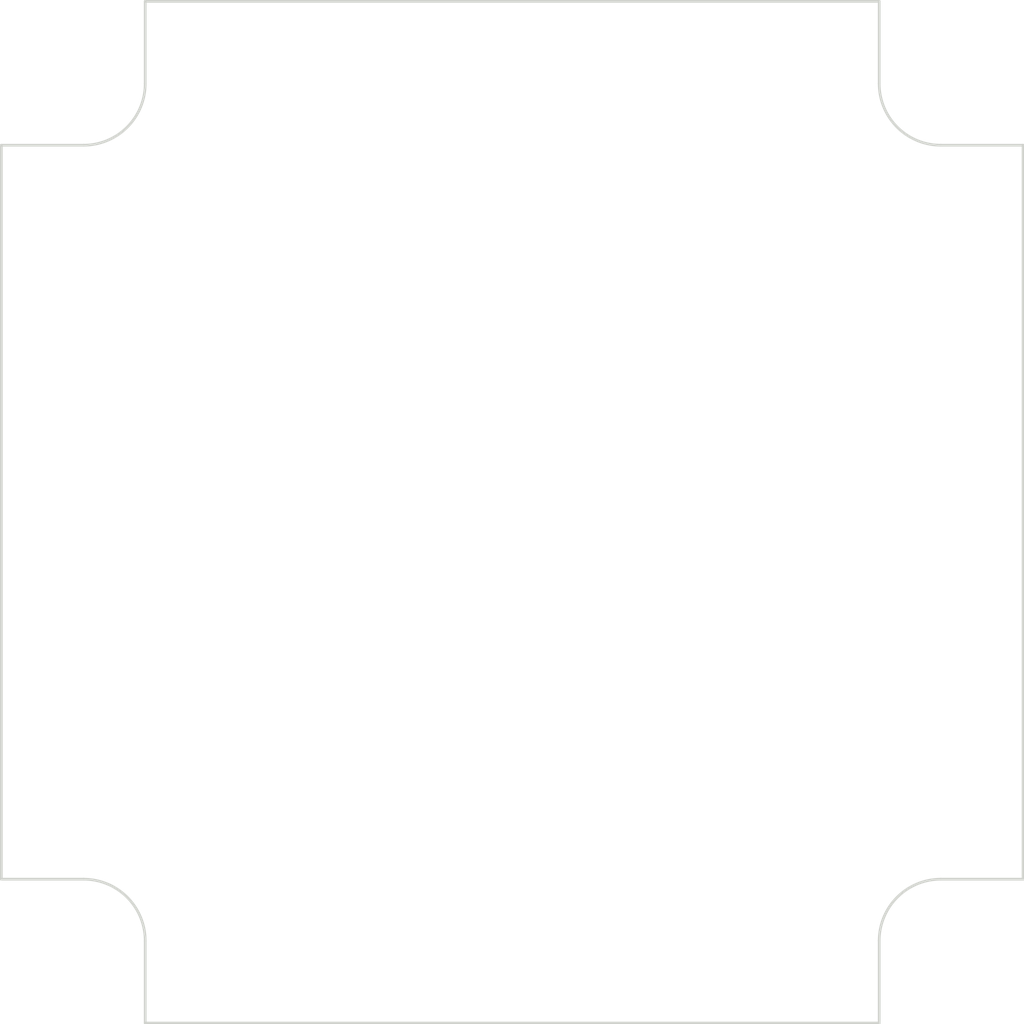
<source format=kicad_pcb>
(kicad_pcb (version 20171130) (host pcbnew "(5.1.5-0-10_14)")

  (general
    (thickness 1.6)
    (drawings 16)
    (tracks 0)
    (zones 0)
    (modules 0)
    (nets 1)
  )

  (page USLetter)
  (layers
    (0 F.Cu signal)
    (1 In1.Cu signal)
    (2 In2.Cu signal)
    (31 B.Cu signal)
    (32 B.Adhes user)
    (33 F.Adhes user)
    (34 B.Paste user)
    (35 F.Paste user)
    (36 B.SilkS user)
    (37 F.SilkS user)
    (38 B.Mask user)
    (39 F.Mask user)
    (40 Dwgs.User user)
    (41 Cmts.User user)
    (42 Eco1.User user)
    (43 Eco2.User user)
    (44 Edge.Cuts user)
    (45 Margin user)
    (46 B.CrtYd user)
    (47 F.CrtYd user)
    (48 B.Fab user)
    (49 F.Fab user)
  )

  (setup
    (last_trace_width 0.15)
    (user_trace_width 0.2)
    (user_trace_width 0.25)
    (user_trace_width 0.3)
    (user_trace_width 0.35)
    (user_trace_width 0.4)
    (user_trace_width 0.45)
    (user_trace_width 0.5)
    (user_trace_width 0.6)
    (user_trace_width 0.8)
    (user_trace_width 1)
    (user_trace_width 1.27)
    (user_trace_width 1.524)
    (trace_clearance 0.15)
    (zone_clearance 0.15)
    (zone_45_only no)
    (trace_min 0.15)
    (via_size 0.5)
    (via_drill 0.2)
    (via_min_size 0.5)
    (via_min_drill 0.2)
    (user_via 0.6 0.3)
    (user_via 0.8 0.4)
    (user_via 1 0.5)
    (user_via 1.524 0.762)
    (uvia_size 0.3)
    (uvia_drill 0.1)
    (uvias_allowed no)
    (uvia_min_size 0.2)
    (uvia_min_drill 0.1)
    (edge_width 0.15)
    (segment_width 0.1524)
    (pcb_text_width 0.3)
    (pcb_text_size 1.5 1.5)
    (mod_edge_width 0.15)
    (mod_text_size 1 1)
    (mod_text_width 0.15)
    (pad_size 0.85 1.4)
    (pad_drill 0)
    (pad_to_mask_clearance 0.05)
    (solder_mask_min_width 0.1)
    (pad_to_paste_clearance -0.0381)
    (aux_axis_origin 0 0)
    (visible_elements FFFFFF7F)
    (pcbplotparams
      (layerselection 0x010f8_ffffffff)
      (usegerberextensions true)
      (usegerberattributes false)
      (usegerberadvancedattributes false)
      (creategerberjobfile false)
      (excludeedgelayer true)
      (linewidth 0.100000)
      (plotframeref false)
      (viasonmask false)
      (mode 1)
      (useauxorigin false)
      (hpglpennumber 1)
      (hpglpenspeed 20)
      (hpglpendiameter 15.000000)
      (psnegative false)
      (psa4output false)
      (plotreference true)
      (plotvalue true)
      (plotinvisibletext false)
      (padsonsilk false)
      (subtractmaskfromsilk true)
      (outputformat 1)
      (mirror false)
      (drillshape 0)
      (scaleselection 1)
      (outputdirectory "gerber/"))
  )

  (net 0 "")

  (net_class Default "This is the default net class."
    (clearance 0.15)
    (trace_width 0.15)
    (via_dia 0.5)
    (via_drill 0.2)
    (uvia_dia 0.3)
    (uvia_drill 0.1)
  )

  (gr_line (start 104.3432 73.4822) (end 104.3432 114.046) (layer Edge.Cuts) (width 0.15) (tstamp 601B7277))
  (gr_line (start 112.2934 121.9962) (end 112.2934 117.4496) (layer Edge.Cuts) (width 0.15) (tstamp 601B7276))
  (gr_arc (start 108.8898 117.4496) (end 112.2934 117.4496) (angle -90) (layer Edge.Cuts) (width 0.15) (tstamp 601B7275))
  (gr_line (start 104.3432 114.046) (end 108.8898 114.046) (layer Edge.Cuts) (width 0.15) (tstamp 601B7274))
  (gr_line (start 152.8572 65.532) (end 112.2934 65.532) (layer Edge.Cuts) (width 0.15) (tstamp 601B7277))
  (gr_line (start 104.3432 73.4822) (end 108.8898 73.4822) (layer Edge.Cuts) (width 0.15) (tstamp 601B7276))
  (gr_arc (start 108.8898 70.0786) (end 108.8898 73.4822) (angle -90) (layer Edge.Cuts) (width 0.15) (tstamp 601B7275))
  (gr_line (start 112.2934 65.532) (end 112.2934 70.0786) (layer Edge.Cuts) (width 0.15) (tstamp 601B7274))
  (gr_line (start 160.8074 114.046) (end 160.8074 73.4822) (layer Edge.Cuts) (width 0.15) (tstamp 601B7277))
  (gr_line (start 152.8572 65.532) (end 152.8572 70.0786) (layer Edge.Cuts) (width 0.15) (tstamp 601B7276))
  (gr_arc (start 156.2608 70.0786) (end 152.8572 70.0786) (angle -90) (layer Edge.Cuts) (width 0.15) (tstamp 601B7275))
  (gr_line (start 160.8074 73.4822) (end 156.2608 73.4822) (layer Edge.Cuts) (width 0.15) (tstamp 601B7274))
  (gr_line (start 160.8074 114.046) (end 156.2608 114.046) (layer Edge.Cuts) (width 0.15) (tstamp 601B71F7))
  (gr_arc (start 156.2608 117.4496) (end 156.2608 114.046) (angle -90) (layer Edge.Cuts) (width 0.15))
  (gr_line (start 152.8572 121.9962) (end 152.8572 117.4496) (layer Edge.Cuts) (width 0.15))
  (gr_line (start 112.2934 121.9962) (end 152.8572 121.9962) (layer Edge.Cuts) (width 0.15))

)

</source>
